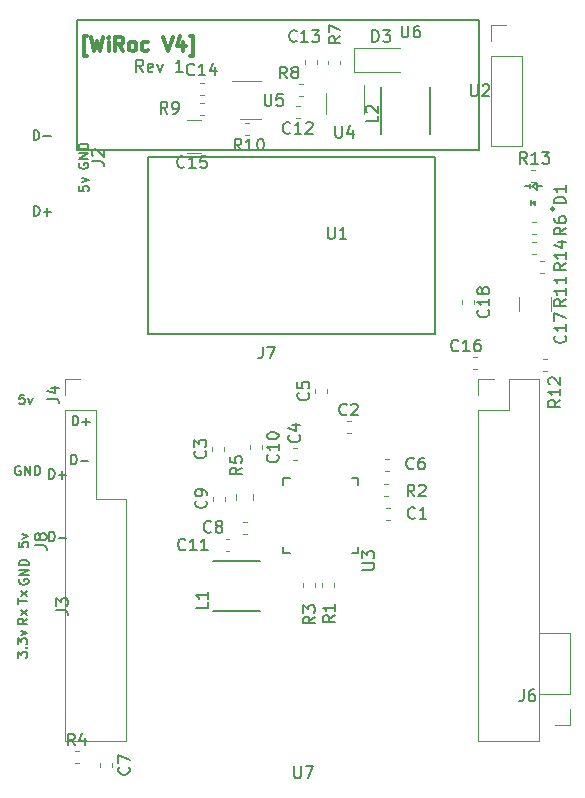
<source format=gto>
G04 #@! TF.GenerationSoftware,KiCad,Pcbnew,5.0.2-bee76a0~70~ubuntu16.04.1*
G04 #@! TF.CreationDate,2020-11-05T00:34:30+01:00*
G04 #@! TF.ProjectId,WiRoc_NanoPi_v1,5769526f-635f-44e6-916e-6f50695f7631,rev?*
G04 #@! TF.SameCoordinates,Original*
G04 #@! TF.FileFunction,Legend,Top*
G04 #@! TF.FilePolarity,Positive*
%FSLAX46Y46*%
G04 Gerber Fmt 4.6, Leading zero omitted, Abs format (unit mm)*
G04 Created by KiCad (PCBNEW 5.0.2-bee76a0~70~ubuntu16.04.1) date tor  5 nov 2020 00:34:30*
%MOMM*%
%LPD*%
G01*
G04 APERTURE LIST*
%ADD10C,0.200000*%
%ADD11C,0.300000*%
%ADD12C,0.150000*%
%ADD13C,0.120000*%
G04 APERTURE END LIST*
D10*
X58945057Y-50890780D02*
X58611723Y-50414590D01*
X58373628Y-50890780D02*
X58373628Y-49890780D01*
X58754580Y-49890780D01*
X58849819Y-49938400D01*
X58897438Y-49986019D01*
X58945057Y-50081257D01*
X58945057Y-50224114D01*
X58897438Y-50319352D01*
X58849819Y-50366971D01*
X58754580Y-50414590D01*
X58373628Y-50414590D01*
X59754580Y-50843161D02*
X59659342Y-50890780D01*
X59468866Y-50890780D01*
X59373628Y-50843161D01*
X59326009Y-50747923D01*
X59326009Y-50366971D01*
X59373628Y-50271733D01*
X59468866Y-50224114D01*
X59659342Y-50224114D01*
X59754580Y-50271733D01*
X59802200Y-50366971D01*
X59802200Y-50462209D01*
X59326009Y-50557447D01*
X60135533Y-50224114D02*
X60373628Y-50890780D01*
X60611723Y-50224114D01*
X62278390Y-50890780D02*
X61706961Y-50890780D01*
X61992676Y-50890780D02*
X61992676Y-49890780D01*
X61897438Y-50033638D01*
X61802200Y-50128876D01*
X61706961Y-50176495D01*
D11*
X54181342Y-49552457D02*
X53895628Y-49552457D01*
X53895628Y-47838171D01*
X54181342Y-47838171D01*
X54524200Y-47952457D02*
X54809914Y-49152457D01*
X55038485Y-48295314D01*
X55267057Y-49152457D01*
X55552771Y-47952457D01*
X56009914Y-49152457D02*
X56009914Y-48352457D01*
X56009914Y-47952457D02*
X55952771Y-48009600D01*
X56009914Y-48066742D01*
X56067057Y-48009600D01*
X56009914Y-47952457D01*
X56009914Y-48066742D01*
X57267057Y-49152457D02*
X56867057Y-48581028D01*
X56581342Y-49152457D02*
X56581342Y-47952457D01*
X57038485Y-47952457D01*
X57152771Y-48009600D01*
X57209914Y-48066742D01*
X57267057Y-48181028D01*
X57267057Y-48352457D01*
X57209914Y-48466742D01*
X57152771Y-48523885D01*
X57038485Y-48581028D01*
X56581342Y-48581028D01*
X57952771Y-49152457D02*
X57838485Y-49095314D01*
X57781342Y-49038171D01*
X57724200Y-48923885D01*
X57724200Y-48581028D01*
X57781342Y-48466742D01*
X57838485Y-48409600D01*
X57952771Y-48352457D01*
X58124200Y-48352457D01*
X58238485Y-48409600D01*
X58295628Y-48466742D01*
X58352771Y-48581028D01*
X58352771Y-48923885D01*
X58295628Y-49038171D01*
X58238485Y-49095314D01*
X58124200Y-49152457D01*
X57952771Y-49152457D01*
X59381342Y-49095314D02*
X59267057Y-49152457D01*
X59038485Y-49152457D01*
X58924200Y-49095314D01*
X58867057Y-49038171D01*
X58809914Y-48923885D01*
X58809914Y-48581028D01*
X58867057Y-48466742D01*
X58924200Y-48409600D01*
X59038485Y-48352457D01*
X59267057Y-48352457D01*
X59381342Y-48409600D01*
X60638485Y-47952457D02*
X61038485Y-49152457D01*
X61438485Y-47952457D01*
X62352771Y-48352457D02*
X62352771Y-49152457D01*
X62067057Y-47895314D02*
X61781342Y-48752457D01*
X62524200Y-48752457D01*
X62867057Y-49552457D02*
X63152771Y-49552457D01*
X63152771Y-47838171D01*
X62867057Y-47838171D01*
D12*
G04 #@! TO.C,D1*
X93760934Y-62545580D02*
G75*
G03X93760934Y-62545580I-158114J0D01*
G01*
X92252820Y-60595580D02*
X92702820Y-60595580D01*
X91652820Y-60595580D02*
X91252820Y-60595580D01*
X91702820Y-60445580D02*
X91702820Y-60745580D01*
X92252820Y-60295580D02*
X92252820Y-60895580D01*
X91852820Y-60595580D02*
X92252820Y-60895580D01*
X92252820Y-60295580D02*
X91852820Y-60595580D01*
X91802820Y-61795580D02*
X91802820Y-62195580D01*
X92152820Y-62145580D02*
X91952820Y-61995580D01*
X92152820Y-61845580D02*
X92152820Y-62145580D01*
X91952820Y-61995580D02*
X92152820Y-61845580D01*
D13*
G04 #@! TO.C,J7*
X87290000Y-79535000D02*
X89890000Y-79535000D01*
X87290000Y-107535000D02*
X92490000Y-107535000D01*
X87290000Y-76935000D02*
X88620000Y-76935000D01*
X92490000Y-76935000D02*
X92490000Y-107535000D01*
X87290000Y-78265000D02*
X87290000Y-76935000D01*
X89890000Y-79535000D02*
X89890000Y-76935000D01*
X87290000Y-79535000D02*
X87290000Y-107535000D01*
X89890000Y-76935000D02*
X92490000Y-76935000D01*
X52280000Y-107535000D02*
X57480000Y-107535000D01*
X52280000Y-76935000D02*
X53610000Y-76935000D01*
X52280000Y-78265000D02*
X52280000Y-76935000D01*
X52280000Y-79535000D02*
X54940000Y-79535000D01*
X54956200Y-79535000D02*
X54956200Y-87115000D01*
X52280000Y-79535000D02*
X52280000Y-107535000D01*
X54950000Y-87115000D02*
X57400000Y-87115000D01*
X57480000Y-87115000D02*
X57480000Y-107535000D01*
D12*
G04 #@! TO.C,U1*
X59350000Y-58135200D02*
X59350000Y-73135200D01*
X83650000Y-58135200D02*
X59350000Y-58135200D01*
X83650000Y-73135200D02*
X83650000Y-58135200D01*
X59350000Y-73135200D02*
X83650000Y-73135200D01*
D13*
G04 #@! TO.C,U2*
X88348000Y-46930000D02*
X89678000Y-46930000D01*
X88348000Y-48260000D02*
X88348000Y-46930000D01*
X91008000Y-49530000D02*
X88348000Y-49530000D01*
X91008000Y-57210000D02*
X91008000Y-49530000D01*
X88348000Y-57210000D02*
X91008000Y-57210000D01*
X88348000Y-49530000D02*
X88348000Y-57210000D01*
D12*
X87392000Y-57531000D02*
X53356000Y-57531000D01*
X87392000Y-46482000D02*
X87392000Y-57531000D01*
X53356000Y-46482000D02*
X53356000Y-57531000D01*
X87392000Y-46482000D02*
X53356000Y-46482000D01*
D13*
G04 #@! TO.C,J6*
X95096700Y-106200600D02*
X93766700Y-106200600D01*
X95096700Y-104870600D02*
X95096700Y-106200600D01*
X95096700Y-103600600D02*
X92436700Y-103600600D01*
X92436700Y-103600600D02*
X92436700Y-98460600D01*
X95096700Y-103600600D02*
X95096700Y-98460600D01*
X95096700Y-98460600D02*
X92436700Y-98460600D01*
D12*
G04 #@! TO.C,U3*
X70798600Y-85305200D02*
X70798600Y-85855200D01*
X77148600Y-85305200D02*
X77148600Y-85855200D01*
X77148600Y-91655200D02*
X77148600Y-91105200D01*
X70798600Y-91655200D02*
X70798600Y-91105200D01*
X77148600Y-91655200D02*
X76598600Y-91655200D01*
X77148600Y-85305200D02*
X76598600Y-85305200D01*
X70798600Y-85305200D02*
X71348600Y-85305200D01*
X70798600Y-91655200D02*
X71348600Y-91655200D01*
D13*
G04 #@! TO.C,U4*
X74458086Y-52682546D02*
X74458086Y-54482546D01*
X77678086Y-54482546D02*
X77678086Y-52032546D01*
G04 #@! TO.C,U5*
X67121200Y-54891200D02*
X68921200Y-54891200D01*
X68921200Y-51671200D02*
X66471200Y-51671200D01*
D12*
G04 #@! TO.C,L1*
X68814500Y-92320600D02*
X64814500Y-92320600D01*
X68814500Y-96520600D02*
X64814500Y-96520600D01*
G04 #@! TO.C,L2*
X79055600Y-56210300D02*
X79055600Y-52210300D01*
X83255600Y-56210300D02*
X83255600Y-52210300D01*
D13*
G04 #@! TO.C,C4*
X71981079Y-83754600D02*
X71655521Y-83754600D01*
X71981079Y-82734600D02*
X71655521Y-82734600D01*
G04 #@! TO.C,C5*
X74484000Y-78087779D02*
X74484000Y-77762221D01*
X73464000Y-78087779D02*
X73464000Y-77762221D01*
G04 #@! TO.C,C6*
X79387221Y-84674000D02*
X79712779Y-84674000D01*
X79387221Y-83654000D02*
X79712779Y-83654000D01*
G04 #@! TO.C,C7*
X55320000Y-109782779D02*
X55320000Y-109457221D01*
X56340000Y-109782779D02*
X56340000Y-109457221D01*
G04 #@! TO.C,C8*
X67423121Y-88995620D02*
X67748679Y-88995620D01*
X67423121Y-90015620D02*
X67748679Y-90015620D01*
G04 #@! TO.C,C9*
X65848000Y-86881581D02*
X65848000Y-87207139D01*
X64828000Y-86881581D02*
X64828000Y-87207139D01*
G04 #@! TO.C,C10*
X68006300Y-82535721D02*
X68006300Y-82861279D01*
X69026300Y-82535721D02*
X69026300Y-82861279D01*
G04 #@! TO.C,C11*
X66247539Y-90440880D02*
X65921981Y-90440880D01*
X66247539Y-91460880D02*
X65921981Y-91460880D01*
G04 #@! TO.C,C12*
X72188799Y-53764260D02*
X71863241Y-53764260D01*
X72188799Y-54784260D02*
X71863241Y-54784260D01*
G04 #@! TO.C,C13*
X73636600Y-49930721D02*
X73636600Y-50256279D01*
X72616600Y-49930721D02*
X72616600Y-50256279D01*
G04 #@! TO.C,C14*
X64059079Y-52866100D02*
X63733521Y-52866100D01*
X64059079Y-51846100D02*
X63733521Y-51846100D01*
G04 #@! TO.C,D3*
X76824520Y-48918160D02*
X76824520Y-50918160D01*
X76824520Y-50918160D02*
X80724520Y-50918160D01*
X76824520Y-48918160D02*
X80724520Y-48918160D01*
G04 #@! TO.C,R1*
X75109600Y-94494479D02*
X75109600Y-94168921D01*
X74089600Y-94494479D02*
X74089600Y-94168921D01*
G04 #@! TO.C,R2*
X79651879Y-86840700D02*
X79326321Y-86840700D01*
X79651879Y-85820700D02*
X79326321Y-85820700D01*
G04 #@! TO.C,R3*
X73470100Y-94506479D02*
X73470100Y-94180921D01*
X72450100Y-94506479D02*
X72450100Y-94180921D01*
G04 #@! TO.C,R4*
X53169721Y-109430000D02*
X53495279Y-109430000D01*
X53169721Y-108410000D02*
X53495279Y-108410000D01*
G04 #@! TO.C,R5*
X66814940Y-87147998D02*
X66814940Y-86630842D01*
X68234940Y-87147998D02*
X68234940Y-86630842D01*
G04 #@! TO.C,R7*
X75592400Y-50281679D02*
X75592400Y-49956121D01*
X74572400Y-50281679D02*
X74572400Y-49956121D01*
G04 #@! TO.C,R8*
X72129941Y-51948160D02*
X72455499Y-51948160D01*
X72129941Y-52968160D02*
X72455499Y-52968160D01*
G04 #@! TO.C,R9*
X63771621Y-53509800D02*
X64097179Y-53509800D01*
X63771621Y-54529800D02*
X64097179Y-54529800D01*
G04 #@! TO.C,R10*
X67568921Y-55237000D02*
X67894479Y-55237000D01*
X67568921Y-56257000D02*
X67894479Y-56257000D01*
G04 #@! TO.C,R11*
X92852779Y-67980000D02*
X92527221Y-67980000D01*
X92852779Y-66960000D02*
X92527221Y-66960000D01*
G04 #@! TO.C,R12*
X93112779Y-76280000D02*
X92787221Y-76280000D01*
X93112779Y-75260000D02*
X92787221Y-75260000D01*
G04 #@! TO.C,R13*
X92130039Y-60253400D02*
X91804481Y-60253400D01*
X92130039Y-59233400D02*
X91804481Y-59233400D01*
G04 #@! TO.C,R14*
X92170679Y-65311620D02*
X91845121Y-65311620D01*
X92170679Y-66331620D02*
X91845121Y-66331620D01*
G04 #@! TO.C,C15*
X62621136Y-55023600D02*
X63825264Y-55023600D01*
X62621136Y-57743600D02*
X63825264Y-57743600D01*
G04 #@! TO.C,C1*
X79504821Y-87852700D02*
X79830379Y-87852700D01*
X79504821Y-88872700D02*
X79830379Y-88872700D01*
G04 #@! TO.C,C2*
X76177221Y-81490000D02*
X76502779Y-81490000D01*
X76177221Y-80470000D02*
X76502779Y-80470000D01*
G04 #@! TO.C,C3*
X64732560Y-83008359D02*
X64732560Y-82682801D01*
X65752560Y-83008359D02*
X65752560Y-82682801D01*
G04 #@! TO.C,C16*
X87162779Y-76050000D02*
X86837221Y-76050000D01*
X87162779Y-75030000D02*
X86837221Y-75030000D01*
G04 #@! TO.C,C17*
X93470000Y-69997936D02*
X93470000Y-71202064D01*
X90750000Y-69997936D02*
X90750000Y-71202064D01*
G04 #@! TO.C,C18*
X86950000Y-70267221D02*
X86950000Y-70592779D01*
X85930000Y-70267221D02*
X85930000Y-70592779D01*
G04 #@! TO.C,R6*
X92160519Y-64609500D02*
X91834961Y-64609500D01*
X92160519Y-63589500D02*
X91834961Y-63589500D01*
G04 #@! TO.C,D1*
D12*
X94712380Y-62058095D02*
X93712380Y-62058095D01*
X93712380Y-61820000D01*
X93760000Y-61677142D01*
X93855238Y-61581904D01*
X93950476Y-61534285D01*
X94140952Y-61486666D01*
X94283809Y-61486666D01*
X94474285Y-61534285D01*
X94569523Y-61581904D01*
X94664761Y-61677142D01*
X94712380Y-61820000D01*
X94712380Y-62058095D01*
X94712380Y-60534285D02*
X94712380Y-61105714D01*
X94712380Y-60820000D02*
X93712380Y-60820000D01*
X93855238Y-60915238D01*
X93950476Y-61010476D01*
X93998095Y-61105714D01*
G04 #@! TO.C,J7*
X69048666Y-74166380D02*
X69048666Y-74880666D01*
X69001047Y-75023523D01*
X68905809Y-75118761D01*
X68762952Y-75166380D01*
X68667714Y-75166380D01*
X69429619Y-74166380D02*
X70096285Y-74166380D01*
X69667714Y-75166380D01*
G04 #@! TO.C,U1*
X74570895Y-64052180D02*
X74570895Y-64861704D01*
X74618514Y-64956942D01*
X74666133Y-65004561D01*
X74761371Y-65052180D01*
X74951847Y-65052180D01*
X75047085Y-65004561D01*
X75094704Y-64956942D01*
X75142323Y-64861704D01*
X75142323Y-64052180D01*
X76142323Y-65052180D02*
X75570895Y-65052180D01*
X75856609Y-65052180D02*
X75856609Y-64052180D01*
X75761371Y-64195038D01*
X75666133Y-64290276D01*
X75570895Y-64337895D01*
G04 #@! TO.C,U2*
X86683495Y-51973580D02*
X86683495Y-52783104D01*
X86731114Y-52878342D01*
X86778733Y-52925961D01*
X86873971Y-52973580D01*
X87064447Y-52973580D01*
X87159685Y-52925961D01*
X87207304Y-52878342D01*
X87254923Y-52783104D01*
X87254923Y-51973580D01*
X87683495Y-52068819D02*
X87731114Y-52021200D01*
X87826352Y-51973580D01*
X88064447Y-51973580D01*
X88159685Y-52021200D01*
X88207304Y-52068819D01*
X88254923Y-52164057D01*
X88254923Y-52259295D01*
X88207304Y-52402152D01*
X87635876Y-52973580D01*
X88254923Y-52973580D01*
G04 #@! TO.C,J6*
X91147366Y-103205380D02*
X91147366Y-103919666D01*
X91099747Y-104062523D01*
X91004509Y-104157761D01*
X90861652Y-104205380D01*
X90766414Y-104205380D01*
X92052128Y-103205380D02*
X91861652Y-103205380D01*
X91766414Y-103253000D01*
X91718795Y-103300619D01*
X91623557Y-103443476D01*
X91575938Y-103633952D01*
X91575938Y-104014904D01*
X91623557Y-104110142D01*
X91671176Y-104157761D01*
X91766414Y-104205380D01*
X91956890Y-104205380D01*
X92052128Y-104157761D01*
X92099747Y-104110142D01*
X92147366Y-104014904D01*
X92147366Y-103776809D01*
X92099747Y-103681571D01*
X92052128Y-103633952D01*
X91956890Y-103586333D01*
X91766414Y-103586333D01*
X91671176Y-103633952D01*
X91623557Y-103681571D01*
X91575938Y-103776809D01*
G04 #@! TO.C,J2*
X54593180Y-58465133D02*
X55307466Y-58465133D01*
X55450323Y-58512752D01*
X55545561Y-58607990D01*
X55593180Y-58750847D01*
X55593180Y-58846085D01*
X54688419Y-58036561D02*
X54640800Y-57988942D01*
X54593180Y-57893704D01*
X54593180Y-57655609D01*
X54640800Y-57560371D01*
X54688419Y-57512752D01*
X54783657Y-57465133D01*
X54878895Y-57465133D01*
X55021752Y-57512752D01*
X55593180Y-58084180D01*
X55593180Y-57465133D01*
X53534304Y-60582885D02*
X53534304Y-60963838D01*
X53915257Y-61001933D01*
X53877161Y-60963838D01*
X53839066Y-60887647D01*
X53839066Y-60697171D01*
X53877161Y-60620980D01*
X53915257Y-60582885D01*
X53991447Y-60544790D01*
X54181923Y-60544790D01*
X54258114Y-60582885D01*
X54296209Y-60620980D01*
X54334304Y-60697171D01*
X54334304Y-60887647D01*
X54296209Y-60963838D01*
X54258114Y-61001933D01*
X53800971Y-60278123D02*
X54334304Y-60087647D01*
X53800971Y-59897171D01*
X49692938Y-56675004D02*
X49692938Y-55875004D01*
X49883414Y-55875004D01*
X49997700Y-55913100D01*
X50073890Y-55989290D01*
X50111985Y-56065480D01*
X50150080Y-56217861D01*
X50150080Y-56332147D01*
X50111985Y-56484528D01*
X50073890Y-56560719D01*
X49997700Y-56636909D01*
X49883414Y-56675004D01*
X49692938Y-56675004D01*
X50492938Y-56370242D02*
X51102461Y-56370242D01*
X53541000Y-58662523D02*
X53502904Y-58738714D01*
X53502904Y-58853000D01*
X53541000Y-58967285D01*
X53617190Y-59043476D01*
X53693380Y-59081571D01*
X53845761Y-59119666D01*
X53960047Y-59119666D01*
X54112428Y-59081571D01*
X54188619Y-59043476D01*
X54264809Y-58967285D01*
X54302904Y-58853000D01*
X54302904Y-58776809D01*
X54264809Y-58662523D01*
X54226714Y-58624428D01*
X53960047Y-58624428D01*
X53960047Y-58776809D01*
X54302904Y-58281571D02*
X53502904Y-58281571D01*
X54302904Y-57824428D01*
X53502904Y-57824428D01*
X54302904Y-57443476D02*
X53502904Y-57443476D01*
X53502904Y-57253000D01*
X53541000Y-57138714D01*
X53617190Y-57062523D01*
X53693380Y-57024428D01*
X53845761Y-56986333D01*
X53960047Y-56986333D01*
X54112428Y-57024428D01*
X54188619Y-57062523D01*
X54264809Y-57138714D01*
X54302904Y-57253000D01*
X54302904Y-57443476D01*
X49705638Y-63075804D02*
X49705638Y-62275804D01*
X49896114Y-62275804D01*
X50010400Y-62313900D01*
X50086590Y-62390090D01*
X50124685Y-62466280D01*
X50162780Y-62618661D01*
X50162780Y-62732947D01*
X50124685Y-62885328D01*
X50086590Y-62961519D01*
X50010400Y-63037709D01*
X49896114Y-63075804D01*
X49705638Y-63075804D01*
X50505638Y-62771042D02*
X51115161Y-62771042D01*
X50810400Y-63075804D02*
X50810400Y-62466280D01*
G04 #@! TO.C,J8*
X49759680Y-90992633D02*
X50473966Y-90992633D01*
X50616823Y-91040252D01*
X50712061Y-91135490D01*
X50759680Y-91278347D01*
X50759680Y-91373585D01*
X50188252Y-90373585D02*
X50140633Y-90468823D01*
X50093014Y-90516442D01*
X49997776Y-90564061D01*
X49950157Y-90564061D01*
X49854919Y-90516442D01*
X49807300Y-90468823D01*
X49759680Y-90373585D01*
X49759680Y-90183109D01*
X49807300Y-90087871D01*
X49854919Y-90040252D01*
X49950157Y-89992633D01*
X49997776Y-89992633D01*
X50093014Y-90040252D01*
X50140633Y-90087871D01*
X50188252Y-90183109D01*
X50188252Y-90373585D01*
X50235871Y-90468823D01*
X50283490Y-90516442D01*
X50378728Y-90564061D01*
X50569204Y-90564061D01*
X50664442Y-90516442D01*
X50712061Y-90468823D01*
X50759680Y-90373585D01*
X50759680Y-90183109D01*
X50712061Y-90087871D01*
X50664442Y-90040252D01*
X50569204Y-89992633D01*
X50378728Y-89992633D01*
X50283490Y-90040252D01*
X50235871Y-90087871D01*
X50188252Y-90183109D01*
X48408704Y-90735485D02*
X48408704Y-91116438D01*
X48789657Y-91154533D01*
X48751561Y-91116438D01*
X48713466Y-91040247D01*
X48713466Y-90849771D01*
X48751561Y-90773580D01*
X48789657Y-90735485D01*
X48865847Y-90697390D01*
X49056323Y-90697390D01*
X49132514Y-90735485D01*
X49170609Y-90773580D01*
X49208704Y-90849771D01*
X49208704Y-91040247D01*
X49170609Y-91116438D01*
X49132514Y-91154533D01*
X48675371Y-90430723D02*
X49208704Y-90240247D01*
X48675371Y-90049771D01*
X50995238Y-90643204D02*
X50995238Y-89843204D01*
X51185714Y-89843204D01*
X51300000Y-89881300D01*
X51376190Y-89957490D01*
X51414285Y-90033680D01*
X51452380Y-90186061D01*
X51452380Y-90300347D01*
X51414285Y-90452728D01*
X51376190Y-90528919D01*
X51300000Y-90605109D01*
X51185714Y-90643204D01*
X50995238Y-90643204D01*
X51795238Y-90338442D02*
X52404761Y-90338442D01*
X48542076Y-84290300D02*
X48465885Y-84252204D01*
X48351600Y-84252204D01*
X48237314Y-84290300D01*
X48161123Y-84366490D01*
X48123028Y-84442680D01*
X48084933Y-84595061D01*
X48084933Y-84709347D01*
X48123028Y-84861728D01*
X48161123Y-84937919D01*
X48237314Y-85014109D01*
X48351600Y-85052204D01*
X48427790Y-85052204D01*
X48542076Y-85014109D01*
X48580171Y-84976014D01*
X48580171Y-84709347D01*
X48427790Y-84709347D01*
X48923028Y-85052204D02*
X48923028Y-84252204D01*
X49380171Y-85052204D01*
X49380171Y-84252204D01*
X49761123Y-85052204D02*
X49761123Y-84252204D01*
X49951600Y-84252204D01*
X50065885Y-84290300D01*
X50142076Y-84366490D01*
X50180171Y-84442680D01*
X50218266Y-84595061D01*
X50218266Y-84709347D01*
X50180171Y-84861728D01*
X50142076Y-84937919D01*
X50065885Y-85014109D01*
X49951600Y-85052204D01*
X49761123Y-85052204D01*
X50995238Y-85343204D02*
X50995238Y-84543204D01*
X51185714Y-84543204D01*
X51300000Y-84581300D01*
X51376190Y-84657490D01*
X51414285Y-84733680D01*
X51452380Y-84886061D01*
X51452380Y-85000347D01*
X51414285Y-85152728D01*
X51376190Y-85228919D01*
X51300000Y-85305109D01*
X51185714Y-85343204D01*
X50995238Y-85343204D01*
X51795238Y-85038442D02*
X52404761Y-85038442D01*
X52100000Y-85343204D02*
X52100000Y-84733680D01*
G04 #@! TO.C,J4*
X50813780Y-78572033D02*
X51528066Y-78572033D01*
X51670923Y-78619652D01*
X51766161Y-78714890D01*
X51813780Y-78857747D01*
X51813780Y-78952985D01*
X51147114Y-77667271D02*
X51813780Y-77667271D01*
X50766161Y-77905366D02*
X51480447Y-78143461D01*
X51480447Y-77524414D01*
X48884914Y-78232404D02*
X48503961Y-78232404D01*
X48465866Y-78613357D01*
X48503961Y-78575261D01*
X48580152Y-78537166D01*
X48770628Y-78537166D01*
X48846819Y-78575261D01*
X48884914Y-78613357D01*
X48923009Y-78689547D01*
X48923009Y-78880023D01*
X48884914Y-78956214D01*
X48846819Y-78994309D01*
X48770628Y-79032404D01*
X48580152Y-79032404D01*
X48503961Y-78994309D01*
X48465866Y-78956214D01*
X49189676Y-78499071D02*
X49380152Y-79032404D01*
X49570628Y-78499071D01*
X52863238Y-84150504D02*
X52863238Y-83350504D01*
X53053714Y-83350504D01*
X53168000Y-83388600D01*
X53244190Y-83464790D01*
X53282285Y-83540980D01*
X53320380Y-83693361D01*
X53320380Y-83807647D01*
X53282285Y-83960028D01*
X53244190Y-84036219D01*
X53168000Y-84112409D01*
X53053714Y-84150504D01*
X52863238Y-84150504D01*
X53663238Y-83845742D02*
X54272761Y-83845742D01*
X48529376Y-84303000D02*
X48453185Y-84264904D01*
X48338900Y-84264904D01*
X48224614Y-84303000D01*
X48148423Y-84379190D01*
X48110328Y-84455380D01*
X48072233Y-84607761D01*
X48072233Y-84722047D01*
X48110328Y-84874428D01*
X48148423Y-84950619D01*
X48224614Y-85026809D01*
X48338900Y-85064904D01*
X48415090Y-85064904D01*
X48529376Y-85026809D01*
X48567471Y-84988714D01*
X48567471Y-84722047D01*
X48415090Y-84722047D01*
X48910328Y-85064904D02*
X48910328Y-84264904D01*
X49367471Y-85064904D01*
X49367471Y-84264904D01*
X49748423Y-85064904D02*
X49748423Y-84264904D01*
X49938900Y-84264904D01*
X50053185Y-84303000D01*
X50129376Y-84379190D01*
X50167471Y-84455380D01*
X50205566Y-84607761D01*
X50205566Y-84722047D01*
X50167471Y-84874428D01*
X50129376Y-84950619D01*
X50053185Y-85026809D01*
X49938900Y-85064904D01*
X49748423Y-85064904D01*
X52990238Y-80848504D02*
X52990238Y-80048504D01*
X53180714Y-80048504D01*
X53295000Y-80086600D01*
X53371190Y-80162790D01*
X53409285Y-80238980D01*
X53447380Y-80391361D01*
X53447380Y-80505647D01*
X53409285Y-80658028D01*
X53371190Y-80734219D01*
X53295000Y-80810409D01*
X53180714Y-80848504D01*
X52990238Y-80848504D01*
X53790238Y-80543742D02*
X54399761Y-80543742D01*
X54095000Y-80848504D02*
X54095000Y-80238980D01*
G04 #@! TO.C,U3*
X77490380Y-93053904D02*
X78299904Y-93053904D01*
X78395142Y-93006285D01*
X78442761Y-92958666D01*
X78490380Y-92863428D01*
X78490380Y-92672952D01*
X78442761Y-92577714D01*
X78395142Y-92530095D01*
X78299904Y-92482476D01*
X77490380Y-92482476D01*
X77490380Y-92101523D02*
X77490380Y-91482476D01*
X77871333Y-91815809D01*
X77871333Y-91672952D01*
X77918952Y-91577714D01*
X77966571Y-91530095D01*
X78061809Y-91482476D01*
X78299904Y-91482476D01*
X78395142Y-91530095D01*
X78442761Y-91577714D01*
X78490380Y-91672952D01*
X78490380Y-91958666D01*
X78442761Y-92053904D01*
X78395142Y-92101523D01*
G04 #@! TO.C,U7*
X71732295Y-109707780D02*
X71732295Y-110517304D01*
X71779914Y-110612542D01*
X71827533Y-110660161D01*
X71922771Y-110707780D01*
X72113247Y-110707780D01*
X72208485Y-110660161D01*
X72256104Y-110612542D01*
X72303723Y-110517304D01*
X72303723Y-109707780D01*
X72684676Y-109707780D02*
X73351342Y-109707780D01*
X72922771Y-110707780D01*
G04 #@! TO.C,U6*
X80830895Y-46995180D02*
X80830895Y-47804704D01*
X80878514Y-47899942D01*
X80926133Y-47947561D01*
X81021371Y-47995180D01*
X81211847Y-47995180D01*
X81307085Y-47947561D01*
X81354704Y-47899942D01*
X81402323Y-47804704D01*
X81402323Y-46995180D01*
X82307085Y-46995180D02*
X82116609Y-46995180D01*
X82021371Y-47042800D01*
X81973752Y-47090419D01*
X81878514Y-47233276D01*
X81830895Y-47423752D01*
X81830895Y-47804704D01*
X81878514Y-47899942D01*
X81926133Y-47947561D01*
X82021371Y-47995180D01*
X82211847Y-47995180D01*
X82307085Y-47947561D01*
X82354704Y-47899942D01*
X82402323Y-47804704D01*
X82402323Y-47566609D01*
X82354704Y-47471371D01*
X82307085Y-47423752D01*
X82211847Y-47376133D01*
X82021371Y-47376133D01*
X81926133Y-47423752D01*
X81878514Y-47471371D01*
X81830895Y-47566609D01*
G04 #@! TO.C,U4*
X75212095Y-55478780D02*
X75212095Y-56288304D01*
X75259714Y-56383542D01*
X75307333Y-56431161D01*
X75402571Y-56478780D01*
X75593047Y-56478780D01*
X75688285Y-56431161D01*
X75735904Y-56383542D01*
X75783523Y-56288304D01*
X75783523Y-55478780D01*
X76688285Y-55812114D02*
X76688285Y-56478780D01*
X76450190Y-55431161D02*
X76212095Y-56145447D01*
X76831142Y-56145447D01*
G04 #@! TO.C,U5*
X69217695Y-52786380D02*
X69217695Y-53595904D01*
X69265314Y-53691142D01*
X69312933Y-53738761D01*
X69408171Y-53786380D01*
X69598647Y-53786380D01*
X69693885Y-53738761D01*
X69741504Y-53691142D01*
X69789123Y-53595904D01*
X69789123Y-52786380D01*
X70741504Y-52786380D02*
X70265314Y-52786380D01*
X70217695Y-53262571D01*
X70265314Y-53214952D01*
X70360552Y-53167333D01*
X70598647Y-53167333D01*
X70693885Y-53214952D01*
X70741504Y-53262571D01*
X70789123Y-53357809D01*
X70789123Y-53595904D01*
X70741504Y-53691142D01*
X70693885Y-53738761D01*
X70598647Y-53786380D01*
X70360552Y-53786380D01*
X70265314Y-53738761D01*
X70217695Y-53691142D01*
G04 #@! TO.C,L1*
X64412780Y-95818266D02*
X64412780Y-96294457D01*
X63412780Y-96294457D01*
X64412780Y-94961123D02*
X64412780Y-95532552D01*
X64412780Y-95246838D02*
X63412780Y-95246838D01*
X63555638Y-95342076D01*
X63650876Y-95437314D01*
X63698495Y-95532552D01*
G04 #@! TO.C,L2*
X78791180Y-54624966D02*
X78791180Y-55101157D01*
X77791180Y-55101157D01*
X77886419Y-54339252D02*
X77838800Y-54291633D01*
X77791180Y-54196395D01*
X77791180Y-53958300D01*
X77838800Y-53863061D01*
X77886419Y-53815442D01*
X77981657Y-53767823D01*
X78076895Y-53767823D01*
X78219752Y-53815442D01*
X78791180Y-54386871D01*
X78791180Y-53767823D01*
G04 #@! TO.C,C4*
X72140742Y-81670466D02*
X72188361Y-81718085D01*
X72235980Y-81860942D01*
X72235980Y-81956180D01*
X72188361Y-82099038D01*
X72093123Y-82194276D01*
X71997885Y-82241895D01*
X71807409Y-82289514D01*
X71664552Y-82289514D01*
X71474076Y-82241895D01*
X71378838Y-82194276D01*
X71283600Y-82099038D01*
X71235980Y-81956180D01*
X71235980Y-81860942D01*
X71283600Y-81718085D01*
X71331219Y-81670466D01*
X71569314Y-80813323D02*
X72235980Y-80813323D01*
X71188361Y-81051419D02*
X71902647Y-81289514D01*
X71902647Y-80670466D01*
G04 #@! TO.C,C5*
X72901142Y-78091666D02*
X72948761Y-78139285D01*
X72996380Y-78282142D01*
X72996380Y-78377380D01*
X72948761Y-78520238D01*
X72853523Y-78615476D01*
X72758285Y-78663095D01*
X72567809Y-78710714D01*
X72424952Y-78710714D01*
X72234476Y-78663095D01*
X72139238Y-78615476D01*
X72044000Y-78520238D01*
X71996380Y-78377380D01*
X71996380Y-78282142D01*
X72044000Y-78139285D01*
X72091619Y-78091666D01*
X71996380Y-77186904D02*
X71996380Y-77663095D01*
X72472571Y-77710714D01*
X72424952Y-77663095D01*
X72377333Y-77567857D01*
X72377333Y-77329761D01*
X72424952Y-77234523D01*
X72472571Y-77186904D01*
X72567809Y-77139285D01*
X72805904Y-77139285D01*
X72901142Y-77186904D01*
X72948761Y-77234523D01*
X72996380Y-77329761D01*
X72996380Y-77567857D01*
X72948761Y-77663095D01*
X72901142Y-77710714D01*
G04 #@! TO.C,C6*
X81853133Y-84477142D02*
X81805514Y-84524761D01*
X81662657Y-84572380D01*
X81567419Y-84572380D01*
X81424561Y-84524761D01*
X81329323Y-84429523D01*
X81281704Y-84334285D01*
X81234085Y-84143809D01*
X81234085Y-84000952D01*
X81281704Y-83810476D01*
X81329323Y-83715238D01*
X81424561Y-83620000D01*
X81567419Y-83572380D01*
X81662657Y-83572380D01*
X81805514Y-83620000D01*
X81853133Y-83667619D01*
X82710276Y-83572380D02*
X82519800Y-83572380D01*
X82424561Y-83620000D01*
X82376942Y-83667619D01*
X82281704Y-83810476D01*
X82234085Y-84000952D01*
X82234085Y-84381904D01*
X82281704Y-84477142D01*
X82329323Y-84524761D01*
X82424561Y-84572380D01*
X82615038Y-84572380D01*
X82710276Y-84524761D01*
X82757895Y-84477142D01*
X82805514Y-84381904D01*
X82805514Y-84143809D01*
X82757895Y-84048571D01*
X82710276Y-84000952D01*
X82615038Y-83953333D01*
X82424561Y-83953333D01*
X82329323Y-84000952D01*
X82281704Y-84048571D01*
X82234085Y-84143809D01*
G04 #@! TO.C,C7*
X57713742Y-109786666D02*
X57761361Y-109834285D01*
X57808980Y-109977142D01*
X57808980Y-110072380D01*
X57761361Y-110215238D01*
X57666123Y-110310476D01*
X57570885Y-110358095D01*
X57380409Y-110405714D01*
X57237552Y-110405714D01*
X57047076Y-110358095D01*
X56951838Y-110310476D01*
X56856600Y-110215238D01*
X56808980Y-110072380D01*
X56808980Y-109977142D01*
X56856600Y-109834285D01*
X56904219Y-109786666D01*
X56808980Y-109453333D02*
X56808980Y-108786666D01*
X57808980Y-109215238D01*
G04 #@! TO.C,C8*
X64682733Y-89836542D02*
X64635114Y-89884161D01*
X64492257Y-89931780D01*
X64397019Y-89931780D01*
X64254161Y-89884161D01*
X64158923Y-89788923D01*
X64111304Y-89693685D01*
X64063685Y-89503209D01*
X64063685Y-89360352D01*
X64111304Y-89169876D01*
X64158923Y-89074638D01*
X64254161Y-88979400D01*
X64397019Y-88931780D01*
X64492257Y-88931780D01*
X64635114Y-88979400D01*
X64682733Y-89027019D01*
X65254161Y-89360352D02*
X65158923Y-89312733D01*
X65111304Y-89265114D01*
X65063685Y-89169876D01*
X65063685Y-89122257D01*
X65111304Y-89027019D01*
X65158923Y-88979400D01*
X65254161Y-88931780D01*
X65444638Y-88931780D01*
X65539876Y-88979400D01*
X65587495Y-89027019D01*
X65635114Y-89122257D01*
X65635114Y-89169876D01*
X65587495Y-89265114D01*
X65539876Y-89312733D01*
X65444638Y-89360352D01*
X65254161Y-89360352D01*
X65158923Y-89407971D01*
X65111304Y-89455590D01*
X65063685Y-89550828D01*
X65063685Y-89741304D01*
X65111304Y-89836542D01*
X65158923Y-89884161D01*
X65254161Y-89931780D01*
X65444638Y-89931780D01*
X65539876Y-89884161D01*
X65587495Y-89836542D01*
X65635114Y-89741304D01*
X65635114Y-89550828D01*
X65587495Y-89455590D01*
X65539876Y-89407971D01*
X65444638Y-89360352D01*
G04 #@! TO.C,C9*
X64243342Y-87218486D02*
X64290961Y-87266105D01*
X64338580Y-87408962D01*
X64338580Y-87504200D01*
X64290961Y-87647058D01*
X64195723Y-87742296D01*
X64100485Y-87789915D01*
X63910009Y-87837534D01*
X63767152Y-87837534D01*
X63576676Y-87789915D01*
X63481438Y-87742296D01*
X63386200Y-87647058D01*
X63338580Y-87504200D01*
X63338580Y-87408962D01*
X63386200Y-87266105D01*
X63433819Y-87218486D01*
X64338580Y-86742296D02*
X64338580Y-86551820D01*
X64290961Y-86456581D01*
X64243342Y-86408962D01*
X64100485Y-86313724D01*
X63910009Y-86266105D01*
X63529057Y-86266105D01*
X63433819Y-86313724D01*
X63386200Y-86361343D01*
X63338580Y-86456581D01*
X63338580Y-86647058D01*
X63386200Y-86742296D01*
X63433819Y-86789915D01*
X63529057Y-86837534D01*
X63767152Y-86837534D01*
X63862390Y-86789915D01*
X63910009Y-86742296D01*
X63957628Y-86647058D01*
X63957628Y-86456581D01*
X63910009Y-86361343D01*
X63862390Y-86313724D01*
X63767152Y-86266105D01*
G04 #@! TO.C,C10*
X70303442Y-83341357D02*
X70351061Y-83388976D01*
X70398680Y-83531833D01*
X70398680Y-83627071D01*
X70351061Y-83769928D01*
X70255823Y-83865166D01*
X70160585Y-83912785D01*
X69970109Y-83960404D01*
X69827252Y-83960404D01*
X69636776Y-83912785D01*
X69541538Y-83865166D01*
X69446300Y-83769928D01*
X69398680Y-83627071D01*
X69398680Y-83531833D01*
X69446300Y-83388976D01*
X69493919Y-83341357D01*
X70398680Y-82388976D02*
X70398680Y-82960404D01*
X70398680Y-82674690D02*
X69398680Y-82674690D01*
X69541538Y-82769928D01*
X69636776Y-82865166D01*
X69684395Y-82960404D01*
X69398680Y-81769928D02*
X69398680Y-81674690D01*
X69446300Y-81579452D01*
X69493919Y-81531833D01*
X69589157Y-81484214D01*
X69779633Y-81436595D01*
X70017728Y-81436595D01*
X70208204Y-81484214D01*
X70303442Y-81531833D01*
X70351061Y-81579452D01*
X70398680Y-81674690D01*
X70398680Y-81769928D01*
X70351061Y-81865166D01*
X70303442Y-81912785D01*
X70208204Y-81960404D01*
X70017728Y-82008023D01*
X69779633Y-82008023D01*
X69589157Y-81960404D01*
X69493919Y-81912785D01*
X69446300Y-81865166D01*
X69398680Y-81769928D01*
G04 #@! TO.C,C11*
X62504742Y-91335142D02*
X62457123Y-91382761D01*
X62314266Y-91430380D01*
X62219028Y-91430380D01*
X62076171Y-91382761D01*
X61980933Y-91287523D01*
X61933314Y-91192285D01*
X61885695Y-91001809D01*
X61885695Y-90858952D01*
X61933314Y-90668476D01*
X61980933Y-90573238D01*
X62076171Y-90478000D01*
X62219028Y-90430380D01*
X62314266Y-90430380D01*
X62457123Y-90478000D01*
X62504742Y-90525619D01*
X63457123Y-91430380D02*
X62885695Y-91430380D01*
X63171409Y-91430380D02*
X63171409Y-90430380D01*
X63076171Y-90573238D01*
X62980933Y-90668476D01*
X62885695Y-90716095D01*
X64409504Y-91430380D02*
X63838076Y-91430380D01*
X64123790Y-91430380D02*
X64123790Y-90430380D01*
X64028552Y-90573238D01*
X63933314Y-90668476D01*
X63838076Y-90716095D01*
G04 #@! TO.C,C12*
X71383162Y-56061402D02*
X71335543Y-56109021D01*
X71192686Y-56156640D01*
X71097448Y-56156640D01*
X70954591Y-56109021D01*
X70859353Y-56013783D01*
X70811734Y-55918545D01*
X70764115Y-55728069D01*
X70764115Y-55585212D01*
X70811734Y-55394736D01*
X70859353Y-55299498D01*
X70954591Y-55204260D01*
X71097448Y-55156640D01*
X71192686Y-55156640D01*
X71335543Y-55204260D01*
X71383162Y-55251879D01*
X72335543Y-56156640D02*
X71764115Y-56156640D01*
X72049829Y-56156640D02*
X72049829Y-55156640D01*
X71954591Y-55299498D01*
X71859353Y-55394736D01*
X71764115Y-55442355D01*
X72716496Y-55251879D02*
X72764115Y-55204260D01*
X72859353Y-55156640D01*
X73097448Y-55156640D01*
X73192686Y-55204260D01*
X73240305Y-55251879D01*
X73287924Y-55347117D01*
X73287924Y-55442355D01*
X73240305Y-55585212D01*
X72668877Y-56156640D01*
X73287924Y-56156640D01*
G04 #@! TO.C,C13*
X71927542Y-48280942D02*
X71879923Y-48328561D01*
X71737066Y-48376180D01*
X71641828Y-48376180D01*
X71498971Y-48328561D01*
X71403733Y-48233323D01*
X71356114Y-48138085D01*
X71308495Y-47947609D01*
X71308495Y-47804752D01*
X71356114Y-47614276D01*
X71403733Y-47519038D01*
X71498971Y-47423800D01*
X71641828Y-47376180D01*
X71737066Y-47376180D01*
X71879923Y-47423800D01*
X71927542Y-47471419D01*
X72879923Y-48376180D02*
X72308495Y-48376180D01*
X72594209Y-48376180D02*
X72594209Y-47376180D01*
X72498971Y-47519038D01*
X72403733Y-47614276D01*
X72308495Y-47661895D01*
X73213257Y-47376180D02*
X73832304Y-47376180D01*
X73498971Y-47757133D01*
X73641828Y-47757133D01*
X73737066Y-47804752D01*
X73784685Y-47852371D01*
X73832304Y-47947609D01*
X73832304Y-48185704D01*
X73784685Y-48280942D01*
X73737066Y-48328561D01*
X73641828Y-48376180D01*
X73356114Y-48376180D01*
X73260876Y-48328561D01*
X73213257Y-48280942D01*
G04 #@! TO.C,C14*
X63252070Y-51113142D02*
X63204451Y-51160761D01*
X63061594Y-51208380D01*
X62966356Y-51208380D01*
X62823499Y-51160761D01*
X62728261Y-51065523D01*
X62680642Y-50970285D01*
X62633023Y-50779809D01*
X62633023Y-50636952D01*
X62680642Y-50446476D01*
X62728261Y-50351238D01*
X62823499Y-50256000D01*
X62966356Y-50208380D01*
X63061594Y-50208380D01*
X63204451Y-50256000D01*
X63252070Y-50303619D01*
X64204451Y-51208380D02*
X63633023Y-51208380D01*
X63918737Y-51208380D02*
X63918737Y-50208380D01*
X63823499Y-50351238D01*
X63728261Y-50446476D01*
X63633023Y-50494095D01*
X65061594Y-50541714D02*
X65061594Y-51208380D01*
X64823499Y-50160761D02*
X64585404Y-50875047D01*
X65204451Y-50875047D01*
G04 #@! TO.C,D3*
X78334704Y-48376180D02*
X78334704Y-47376180D01*
X78572800Y-47376180D01*
X78715657Y-47423800D01*
X78810895Y-47519038D01*
X78858514Y-47614276D01*
X78906133Y-47804752D01*
X78906133Y-47947609D01*
X78858514Y-48138085D01*
X78810895Y-48233323D01*
X78715657Y-48328561D01*
X78572800Y-48376180D01*
X78334704Y-48376180D01*
X79239466Y-47376180D02*
X79858514Y-47376180D01*
X79525180Y-47757133D01*
X79668038Y-47757133D01*
X79763276Y-47804752D01*
X79810895Y-47852371D01*
X79858514Y-47947609D01*
X79858514Y-48185704D01*
X79810895Y-48280942D01*
X79763276Y-48328561D01*
X79668038Y-48376180D01*
X79382323Y-48376180D01*
X79287085Y-48328561D01*
X79239466Y-48280942D01*
G04 #@! TO.C,R1*
X75156980Y-96935866D02*
X74680790Y-97269200D01*
X75156980Y-97507295D02*
X74156980Y-97507295D01*
X74156980Y-97126342D01*
X74204600Y-97031104D01*
X74252219Y-96983485D01*
X74347457Y-96935866D01*
X74490314Y-96935866D01*
X74585552Y-96983485D01*
X74633171Y-97031104D01*
X74680790Y-97126342D01*
X74680790Y-97507295D01*
X75156980Y-95983485D02*
X75156980Y-96554914D01*
X75156980Y-96269200D02*
X74156980Y-96269200D01*
X74299838Y-96364438D01*
X74395076Y-96459676D01*
X74442695Y-96554914D01*
G04 #@! TO.C,R2*
X81903933Y-86858380D02*
X81570600Y-86382190D01*
X81332504Y-86858380D02*
X81332504Y-85858380D01*
X81713457Y-85858380D01*
X81808695Y-85906000D01*
X81856314Y-85953619D01*
X81903933Y-86048857D01*
X81903933Y-86191714D01*
X81856314Y-86286952D01*
X81808695Y-86334571D01*
X81713457Y-86382190D01*
X81332504Y-86382190D01*
X82284885Y-85953619D02*
X82332504Y-85906000D01*
X82427742Y-85858380D01*
X82665838Y-85858380D01*
X82761076Y-85906000D01*
X82808695Y-85953619D01*
X82856314Y-86048857D01*
X82856314Y-86144095D01*
X82808695Y-86286952D01*
X82237266Y-86858380D01*
X82856314Y-86858380D01*
G04 #@! TO.C,R3*
X73480580Y-97037466D02*
X73004390Y-97370800D01*
X73480580Y-97608895D02*
X72480580Y-97608895D01*
X72480580Y-97227942D01*
X72528200Y-97132704D01*
X72575819Y-97085085D01*
X72671057Y-97037466D01*
X72813914Y-97037466D01*
X72909152Y-97085085D01*
X72956771Y-97132704D01*
X73004390Y-97227942D01*
X73004390Y-97608895D01*
X72480580Y-96704133D02*
X72480580Y-96085085D01*
X72861533Y-96418419D01*
X72861533Y-96275561D01*
X72909152Y-96180323D01*
X72956771Y-96132704D01*
X73052009Y-96085085D01*
X73290104Y-96085085D01*
X73385342Y-96132704D01*
X73432961Y-96180323D01*
X73480580Y-96275561D01*
X73480580Y-96561276D01*
X73432961Y-96656514D01*
X73385342Y-96704133D01*
G04 #@! TO.C,R4*
X53165833Y-107942380D02*
X52832500Y-107466190D01*
X52594404Y-107942380D02*
X52594404Y-106942380D01*
X52975357Y-106942380D01*
X53070595Y-106990000D01*
X53118214Y-107037619D01*
X53165833Y-107132857D01*
X53165833Y-107275714D01*
X53118214Y-107370952D01*
X53070595Y-107418571D01*
X52975357Y-107466190D01*
X52594404Y-107466190D01*
X54022976Y-107275714D02*
X54022976Y-107942380D01*
X53784880Y-106894761D02*
X53546785Y-107609047D01*
X54165833Y-107609047D01*
G04 #@! TO.C,R5*
X67308380Y-84413666D02*
X66832190Y-84747000D01*
X67308380Y-84985095D02*
X66308380Y-84985095D01*
X66308380Y-84604142D01*
X66356000Y-84508904D01*
X66403619Y-84461285D01*
X66498857Y-84413666D01*
X66641714Y-84413666D01*
X66736952Y-84461285D01*
X66784571Y-84508904D01*
X66832190Y-84604142D01*
X66832190Y-84985095D01*
X66308380Y-83508904D02*
X66308380Y-83985095D01*
X66784571Y-84032714D01*
X66736952Y-83985095D01*
X66689333Y-83889857D01*
X66689333Y-83651761D01*
X66736952Y-83556523D01*
X66784571Y-83508904D01*
X66879809Y-83461285D01*
X67117904Y-83461285D01*
X67213142Y-83508904D01*
X67260761Y-83556523D01*
X67308380Y-83651761D01*
X67308380Y-83889857D01*
X67260761Y-83985095D01*
X67213142Y-84032714D01*
G04 #@! TO.C,R7*
X75638980Y-47912666D02*
X75162790Y-48246000D01*
X75638980Y-48484095D02*
X74638980Y-48484095D01*
X74638980Y-48103142D01*
X74686600Y-48007904D01*
X74734219Y-47960285D01*
X74829457Y-47912666D01*
X74972314Y-47912666D01*
X75067552Y-47960285D01*
X75115171Y-48007904D01*
X75162790Y-48103142D01*
X75162790Y-48484095D01*
X74638980Y-47579333D02*
X74638980Y-46912666D01*
X75638980Y-47341238D01*
G04 #@! TO.C,R8*
X71108333Y-51474980D02*
X70775000Y-50998790D01*
X70536904Y-51474980D02*
X70536904Y-50474980D01*
X70917857Y-50474980D01*
X71013095Y-50522600D01*
X71060714Y-50570219D01*
X71108333Y-50665457D01*
X71108333Y-50808314D01*
X71060714Y-50903552D01*
X71013095Y-50951171D01*
X70917857Y-50998790D01*
X70536904Y-50998790D01*
X71679761Y-50903552D02*
X71584523Y-50855933D01*
X71536904Y-50808314D01*
X71489285Y-50713076D01*
X71489285Y-50665457D01*
X71536904Y-50570219D01*
X71584523Y-50522600D01*
X71679761Y-50474980D01*
X71870238Y-50474980D01*
X71965476Y-50522600D01*
X72013095Y-50570219D01*
X72060714Y-50665457D01*
X72060714Y-50713076D01*
X72013095Y-50808314D01*
X71965476Y-50855933D01*
X71870238Y-50903552D01*
X71679761Y-50903552D01*
X71584523Y-50951171D01*
X71536904Y-50998790D01*
X71489285Y-51094028D01*
X71489285Y-51284504D01*
X71536904Y-51379742D01*
X71584523Y-51427361D01*
X71679761Y-51474980D01*
X71870238Y-51474980D01*
X71965476Y-51427361D01*
X72013095Y-51379742D01*
X72060714Y-51284504D01*
X72060714Y-51094028D01*
X72013095Y-50998790D01*
X71965476Y-50951171D01*
X71870238Y-50903552D01*
G04 #@! TO.C,R9*
X60999133Y-54446780D02*
X60665800Y-53970590D01*
X60427704Y-54446780D02*
X60427704Y-53446780D01*
X60808657Y-53446780D01*
X60903895Y-53494400D01*
X60951514Y-53542019D01*
X60999133Y-53637257D01*
X60999133Y-53780114D01*
X60951514Y-53875352D01*
X60903895Y-53922971D01*
X60808657Y-53970590D01*
X60427704Y-53970590D01*
X61475323Y-54446780D02*
X61665800Y-54446780D01*
X61761038Y-54399161D01*
X61808657Y-54351542D01*
X61903895Y-54208685D01*
X61951514Y-54018209D01*
X61951514Y-53637257D01*
X61903895Y-53542019D01*
X61856276Y-53494400D01*
X61761038Y-53446780D01*
X61570561Y-53446780D01*
X61475323Y-53494400D01*
X61427704Y-53542019D01*
X61380085Y-53637257D01*
X61380085Y-53875352D01*
X61427704Y-53970590D01*
X61475323Y-54018209D01*
X61570561Y-54065828D01*
X61761038Y-54065828D01*
X61856276Y-54018209D01*
X61903895Y-53970590D01*
X61951514Y-53875352D01*
G04 #@! TO.C,R10*
X67253942Y-57558280D02*
X66920609Y-57082090D01*
X66682514Y-57558280D02*
X66682514Y-56558280D01*
X67063466Y-56558280D01*
X67158704Y-56605900D01*
X67206323Y-56653519D01*
X67253942Y-56748757D01*
X67253942Y-56891614D01*
X67206323Y-56986852D01*
X67158704Y-57034471D01*
X67063466Y-57082090D01*
X66682514Y-57082090D01*
X68206323Y-57558280D02*
X67634895Y-57558280D01*
X67920609Y-57558280D02*
X67920609Y-56558280D01*
X67825371Y-56701138D01*
X67730133Y-56796376D01*
X67634895Y-56843995D01*
X68825371Y-56558280D02*
X68920609Y-56558280D01*
X69015847Y-56605900D01*
X69063466Y-56653519D01*
X69111085Y-56748757D01*
X69158704Y-56939233D01*
X69158704Y-57177328D01*
X69111085Y-57367804D01*
X69063466Y-57463042D01*
X69015847Y-57510661D01*
X68920609Y-57558280D01*
X68825371Y-57558280D01*
X68730133Y-57510661D01*
X68682514Y-57463042D01*
X68634895Y-57367804D01*
X68587276Y-57177328D01*
X68587276Y-56939233D01*
X68634895Y-56748757D01*
X68682514Y-56653519D01*
X68730133Y-56605900D01*
X68825371Y-56558280D01*
G04 #@! TO.C,R11*
X94712380Y-70162857D02*
X94236190Y-70496190D01*
X94712380Y-70734285D02*
X93712380Y-70734285D01*
X93712380Y-70353333D01*
X93760000Y-70258095D01*
X93807619Y-70210476D01*
X93902857Y-70162857D01*
X94045714Y-70162857D01*
X94140952Y-70210476D01*
X94188571Y-70258095D01*
X94236190Y-70353333D01*
X94236190Y-70734285D01*
X94712380Y-69210476D02*
X94712380Y-69781904D01*
X94712380Y-69496190D02*
X93712380Y-69496190D01*
X93855238Y-69591428D01*
X93950476Y-69686666D01*
X93998095Y-69781904D01*
X94712380Y-68258095D02*
X94712380Y-68829523D01*
X94712380Y-68543809D02*
X93712380Y-68543809D01*
X93855238Y-68639047D01*
X93950476Y-68734285D01*
X93998095Y-68829523D01*
G04 #@! TO.C,R12*
X94252380Y-78682857D02*
X93776190Y-79016190D01*
X94252380Y-79254285D02*
X93252380Y-79254285D01*
X93252380Y-78873333D01*
X93300000Y-78778095D01*
X93347619Y-78730476D01*
X93442857Y-78682857D01*
X93585714Y-78682857D01*
X93680952Y-78730476D01*
X93728571Y-78778095D01*
X93776190Y-78873333D01*
X93776190Y-79254285D01*
X94252380Y-77730476D02*
X94252380Y-78301904D01*
X94252380Y-78016190D02*
X93252380Y-78016190D01*
X93395238Y-78111428D01*
X93490476Y-78206666D01*
X93538095Y-78301904D01*
X93347619Y-77349523D02*
X93300000Y-77301904D01*
X93252380Y-77206666D01*
X93252380Y-76968571D01*
X93300000Y-76873333D01*
X93347619Y-76825714D01*
X93442857Y-76778095D01*
X93538095Y-76778095D01*
X93680952Y-76825714D01*
X94252380Y-77397142D01*
X94252380Y-76778095D01*
G04 #@! TO.C,R13*
X91426102Y-58695280D02*
X91092769Y-58219090D01*
X90854674Y-58695280D02*
X90854674Y-57695280D01*
X91235626Y-57695280D01*
X91330864Y-57742900D01*
X91378483Y-57790519D01*
X91426102Y-57885757D01*
X91426102Y-58028614D01*
X91378483Y-58123852D01*
X91330864Y-58171471D01*
X91235626Y-58219090D01*
X90854674Y-58219090D01*
X92378483Y-58695280D02*
X91807055Y-58695280D01*
X92092769Y-58695280D02*
X92092769Y-57695280D01*
X91997531Y-57838138D01*
X91902293Y-57933376D01*
X91807055Y-57980995D01*
X92711817Y-57695280D02*
X93330864Y-57695280D01*
X92997531Y-58076233D01*
X93140388Y-58076233D01*
X93235626Y-58123852D01*
X93283245Y-58171471D01*
X93330864Y-58266709D01*
X93330864Y-58504804D01*
X93283245Y-58600042D01*
X93235626Y-58647661D01*
X93140388Y-58695280D01*
X92854674Y-58695280D01*
X92759436Y-58647661D01*
X92711817Y-58600042D01*
G04 #@! TO.C,R14*
X94743740Y-67127417D02*
X94267550Y-67460750D01*
X94743740Y-67698845D02*
X93743740Y-67698845D01*
X93743740Y-67317893D01*
X93791360Y-67222655D01*
X93838979Y-67175036D01*
X93934217Y-67127417D01*
X94077074Y-67127417D01*
X94172312Y-67175036D01*
X94219931Y-67222655D01*
X94267550Y-67317893D01*
X94267550Y-67698845D01*
X94743740Y-66175036D02*
X94743740Y-66746464D01*
X94743740Y-66460750D02*
X93743740Y-66460750D01*
X93886598Y-66555988D01*
X93981836Y-66651226D01*
X94029455Y-66746464D01*
X94077074Y-65317893D02*
X94743740Y-65317893D01*
X93696121Y-65555988D02*
X94410407Y-65794083D01*
X94410407Y-65175036D01*
G04 #@! TO.C,C15*
X62421942Y-58947942D02*
X62374323Y-58995561D01*
X62231466Y-59043180D01*
X62136228Y-59043180D01*
X61993371Y-58995561D01*
X61898133Y-58900323D01*
X61850514Y-58805085D01*
X61802895Y-58614609D01*
X61802895Y-58471752D01*
X61850514Y-58281276D01*
X61898133Y-58186038D01*
X61993371Y-58090800D01*
X62136228Y-58043180D01*
X62231466Y-58043180D01*
X62374323Y-58090800D01*
X62421942Y-58138419D01*
X63374323Y-59043180D02*
X62802895Y-59043180D01*
X63088609Y-59043180D02*
X63088609Y-58043180D01*
X62993371Y-58186038D01*
X62898133Y-58281276D01*
X62802895Y-58328895D01*
X64279085Y-58043180D02*
X63802895Y-58043180D01*
X63755276Y-58519371D01*
X63802895Y-58471752D01*
X63898133Y-58424133D01*
X64136228Y-58424133D01*
X64231466Y-58471752D01*
X64279085Y-58519371D01*
X64326704Y-58614609D01*
X64326704Y-58852704D01*
X64279085Y-58947942D01*
X64231466Y-58995561D01*
X64136228Y-59043180D01*
X63898133Y-59043180D01*
X63802895Y-58995561D01*
X63755276Y-58947942D01*
G04 #@! TO.C,C1*
X81954733Y-88655442D02*
X81907114Y-88703061D01*
X81764257Y-88750680D01*
X81669019Y-88750680D01*
X81526161Y-88703061D01*
X81430923Y-88607823D01*
X81383304Y-88512585D01*
X81335685Y-88322109D01*
X81335685Y-88179252D01*
X81383304Y-87988776D01*
X81430923Y-87893538D01*
X81526161Y-87798300D01*
X81669019Y-87750680D01*
X81764257Y-87750680D01*
X81907114Y-87798300D01*
X81954733Y-87845919D01*
X82907114Y-88750680D02*
X82335685Y-88750680D01*
X82621400Y-88750680D02*
X82621400Y-87750680D01*
X82526161Y-87893538D01*
X82430923Y-87988776D01*
X82335685Y-88036395D01*
G04 #@! TO.C,C2*
X76173333Y-79907142D02*
X76125714Y-79954761D01*
X75982857Y-80002380D01*
X75887619Y-80002380D01*
X75744761Y-79954761D01*
X75649523Y-79859523D01*
X75601904Y-79764285D01*
X75554285Y-79573809D01*
X75554285Y-79430952D01*
X75601904Y-79240476D01*
X75649523Y-79145238D01*
X75744761Y-79050000D01*
X75887619Y-79002380D01*
X75982857Y-79002380D01*
X76125714Y-79050000D01*
X76173333Y-79097619D01*
X76554285Y-79097619D02*
X76601904Y-79050000D01*
X76697142Y-79002380D01*
X76935238Y-79002380D01*
X77030476Y-79050000D01*
X77078095Y-79097619D01*
X77125714Y-79192857D01*
X77125714Y-79288095D01*
X77078095Y-79430952D01*
X76506666Y-80002380D01*
X77125714Y-80002380D01*
G04 #@! TO.C,C3*
X64169702Y-83012246D02*
X64217321Y-83059865D01*
X64264940Y-83202722D01*
X64264940Y-83297960D01*
X64217321Y-83440818D01*
X64122083Y-83536056D01*
X64026845Y-83583675D01*
X63836369Y-83631294D01*
X63693512Y-83631294D01*
X63503036Y-83583675D01*
X63407798Y-83536056D01*
X63312560Y-83440818D01*
X63264940Y-83297960D01*
X63264940Y-83202722D01*
X63312560Y-83059865D01*
X63360179Y-83012246D01*
X63264940Y-82678913D02*
X63264940Y-82059865D01*
X63645893Y-82393199D01*
X63645893Y-82250341D01*
X63693512Y-82155103D01*
X63741131Y-82107484D01*
X63836369Y-82059865D01*
X64074464Y-82059865D01*
X64169702Y-82107484D01*
X64217321Y-82155103D01*
X64264940Y-82250341D01*
X64264940Y-82536056D01*
X64217321Y-82631294D01*
X64169702Y-82678913D01*
G04 #@! TO.C,J3*
X51575780Y-96491733D02*
X52290066Y-96491733D01*
X52432923Y-96539352D01*
X52528161Y-96634590D01*
X52575780Y-96777447D01*
X52575780Y-96872685D01*
X51575780Y-96110780D02*
X51575780Y-95491733D01*
X51956733Y-95825066D01*
X51956733Y-95682209D01*
X52004352Y-95586971D01*
X52051971Y-95539352D01*
X52147209Y-95491733D01*
X52385304Y-95491733D01*
X52480542Y-95539352D01*
X52528161Y-95586971D01*
X52575780Y-95682209D01*
X52575780Y-95967923D01*
X52528161Y-96063161D01*
X52480542Y-96110780D01*
X48319804Y-95936080D02*
X48319804Y-95478938D01*
X49119804Y-95707509D02*
X48319804Y-95707509D01*
X49119804Y-95288461D02*
X48586471Y-94869414D01*
X48586471Y-95288461D02*
X49119804Y-94869414D01*
X48472200Y-93885023D02*
X48434104Y-93961214D01*
X48434104Y-94075500D01*
X48472200Y-94189785D01*
X48548390Y-94265976D01*
X48624580Y-94304071D01*
X48776961Y-94342166D01*
X48891247Y-94342166D01*
X49043628Y-94304071D01*
X49119819Y-94265976D01*
X49196009Y-94189785D01*
X49234104Y-94075500D01*
X49234104Y-93999309D01*
X49196009Y-93885023D01*
X49157914Y-93846928D01*
X48891247Y-93846928D01*
X48891247Y-93999309D01*
X49234104Y-93504071D02*
X48434104Y-93504071D01*
X49234104Y-93046928D01*
X48434104Y-93046928D01*
X49234104Y-92665976D02*
X48434104Y-92665976D01*
X48434104Y-92475500D01*
X48472200Y-92361214D01*
X48548390Y-92285023D01*
X48624580Y-92246928D01*
X48776961Y-92208833D01*
X48891247Y-92208833D01*
X49043628Y-92246928D01*
X49119819Y-92285023D01*
X49196009Y-92361214D01*
X49234104Y-92475500D01*
X49234104Y-92665976D01*
X49107104Y-97199790D02*
X48726152Y-97466457D01*
X49107104Y-97656933D02*
X48307104Y-97656933D01*
X48307104Y-97352171D01*
X48345200Y-97275980D01*
X48383295Y-97237885D01*
X48459485Y-97199790D01*
X48573771Y-97199790D01*
X48649961Y-97237885D01*
X48688057Y-97275980D01*
X48726152Y-97352171D01*
X48726152Y-97656933D01*
X49107104Y-96933123D02*
X48573771Y-96514076D01*
X48573771Y-96933123D02*
X49107104Y-96514076D01*
X48332504Y-100514357D02*
X48332504Y-100019119D01*
X48637266Y-100285785D01*
X48637266Y-100171500D01*
X48675361Y-100095309D01*
X48713457Y-100057214D01*
X48789647Y-100019119D01*
X48980123Y-100019119D01*
X49056314Y-100057214D01*
X49094409Y-100095309D01*
X49132504Y-100171500D01*
X49132504Y-100400071D01*
X49094409Y-100476261D01*
X49056314Y-100514357D01*
X49056314Y-99676261D02*
X49094409Y-99638166D01*
X49132504Y-99676261D01*
X49094409Y-99714357D01*
X49056314Y-99676261D01*
X49132504Y-99676261D01*
X48332504Y-99371500D02*
X48332504Y-98876261D01*
X48637266Y-99142928D01*
X48637266Y-99028642D01*
X48675361Y-98952452D01*
X48713457Y-98914357D01*
X48789647Y-98876261D01*
X48980123Y-98876261D01*
X49056314Y-98914357D01*
X49094409Y-98952452D01*
X49132504Y-99028642D01*
X49132504Y-99257214D01*
X49094409Y-99333404D01*
X49056314Y-99371500D01*
X48599171Y-98609595D02*
X49132504Y-98419119D01*
X48599171Y-98228642D01*
G04 #@! TO.C,C16*
X85620542Y-74479822D02*
X85572923Y-74527441D01*
X85430066Y-74575060D01*
X85334828Y-74575060D01*
X85191971Y-74527441D01*
X85096733Y-74432203D01*
X85049114Y-74336965D01*
X85001495Y-74146489D01*
X85001495Y-74003632D01*
X85049114Y-73813156D01*
X85096733Y-73717918D01*
X85191971Y-73622680D01*
X85334828Y-73575060D01*
X85430066Y-73575060D01*
X85572923Y-73622680D01*
X85620542Y-73670299D01*
X86572923Y-74575060D02*
X86001495Y-74575060D01*
X86287209Y-74575060D02*
X86287209Y-73575060D01*
X86191971Y-73717918D01*
X86096733Y-73813156D01*
X86001495Y-73860775D01*
X87430066Y-73575060D02*
X87239590Y-73575060D01*
X87144352Y-73622680D01*
X87096733Y-73670299D01*
X87001495Y-73813156D01*
X86953876Y-74003632D01*
X86953876Y-74384584D01*
X87001495Y-74479822D01*
X87049114Y-74527441D01*
X87144352Y-74575060D01*
X87334828Y-74575060D01*
X87430066Y-74527441D01*
X87477685Y-74479822D01*
X87525304Y-74384584D01*
X87525304Y-74146489D01*
X87477685Y-74051251D01*
X87430066Y-74003632D01*
X87334828Y-73956013D01*
X87144352Y-73956013D01*
X87049114Y-74003632D01*
X87001495Y-74051251D01*
X86953876Y-74146489D01*
G04 #@! TO.C,C17*
X94657142Y-73252857D02*
X94704761Y-73300476D01*
X94752380Y-73443333D01*
X94752380Y-73538571D01*
X94704761Y-73681428D01*
X94609523Y-73776666D01*
X94514285Y-73824285D01*
X94323809Y-73871904D01*
X94180952Y-73871904D01*
X93990476Y-73824285D01*
X93895238Y-73776666D01*
X93800000Y-73681428D01*
X93752380Y-73538571D01*
X93752380Y-73443333D01*
X93800000Y-73300476D01*
X93847619Y-73252857D01*
X94752380Y-72300476D02*
X94752380Y-72871904D01*
X94752380Y-72586190D02*
X93752380Y-72586190D01*
X93895238Y-72681428D01*
X93990476Y-72776666D01*
X94038095Y-72871904D01*
X93752380Y-71967142D02*
X93752380Y-71300476D01*
X94752380Y-71729047D01*
G04 #@! TO.C,C18*
X88130642Y-71072857D02*
X88178261Y-71120476D01*
X88225880Y-71263333D01*
X88225880Y-71358571D01*
X88178261Y-71501428D01*
X88083023Y-71596666D01*
X87987785Y-71644285D01*
X87797309Y-71691904D01*
X87654452Y-71691904D01*
X87463976Y-71644285D01*
X87368738Y-71596666D01*
X87273500Y-71501428D01*
X87225880Y-71358571D01*
X87225880Y-71263333D01*
X87273500Y-71120476D01*
X87321119Y-71072857D01*
X88225880Y-70120476D02*
X88225880Y-70691904D01*
X88225880Y-70406190D02*
X87225880Y-70406190D01*
X87368738Y-70501428D01*
X87463976Y-70596666D01*
X87511595Y-70691904D01*
X87654452Y-69549047D02*
X87606833Y-69644285D01*
X87559214Y-69691904D01*
X87463976Y-69739523D01*
X87416357Y-69739523D01*
X87321119Y-69691904D01*
X87273500Y-69644285D01*
X87225880Y-69549047D01*
X87225880Y-69358571D01*
X87273500Y-69263333D01*
X87321119Y-69215714D01*
X87416357Y-69168095D01*
X87463976Y-69168095D01*
X87559214Y-69215714D01*
X87606833Y-69263333D01*
X87654452Y-69358571D01*
X87654452Y-69549047D01*
X87702071Y-69644285D01*
X87749690Y-69691904D01*
X87844928Y-69739523D01*
X88035404Y-69739523D01*
X88130642Y-69691904D01*
X88178261Y-69644285D01*
X88225880Y-69549047D01*
X88225880Y-69358571D01*
X88178261Y-69263333D01*
X88130642Y-69215714D01*
X88035404Y-69168095D01*
X87844928Y-69168095D01*
X87749690Y-69215714D01*
X87702071Y-69263333D01*
X87654452Y-69358571D01*
G04 #@! TO.C,R6*
X94743740Y-64108686D02*
X94267550Y-64442020D01*
X94743740Y-64680115D02*
X93743740Y-64680115D01*
X93743740Y-64299162D01*
X93791360Y-64203924D01*
X93838979Y-64156305D01*
X93934217Y-64108686D01*
X94077074Y-64108686D01*
X94172312Y-64156305D01*
X94219931Y-64203924D01*
X94267550Y-64299162D01*
X94267550Y-64680115D01*
X93743740Y-63251543D02*
X93743740Y-63442020D01*
X93791360Y-63537258D01*
X93838979Y-63584877D01*
X93981836Y-63680115D01*
X94172312Y-63727734D01*
X94553264Y-63727734D01*
X94648502Y-63680115D01*
X94696121Y-63632496D01*
X94743740Y-63537258D01*
X94743740Y-63346781D01*
X94696121Y-63251543D01*
X94648502Y-63203924D01*
X94553264Y-63156305D01*
X94315169Y-63156305D01*
X94219931Y-63203924D01*
X94172312Y-63251543D01*
X94124693Y-63346781D01*
X94124693Y-63537258D01*
X94172312Y-63632496D01*
X94219931Y-63680115D01*
X94315169Y-63727734D01*
G04 #@! TD*
M02*

</source>
